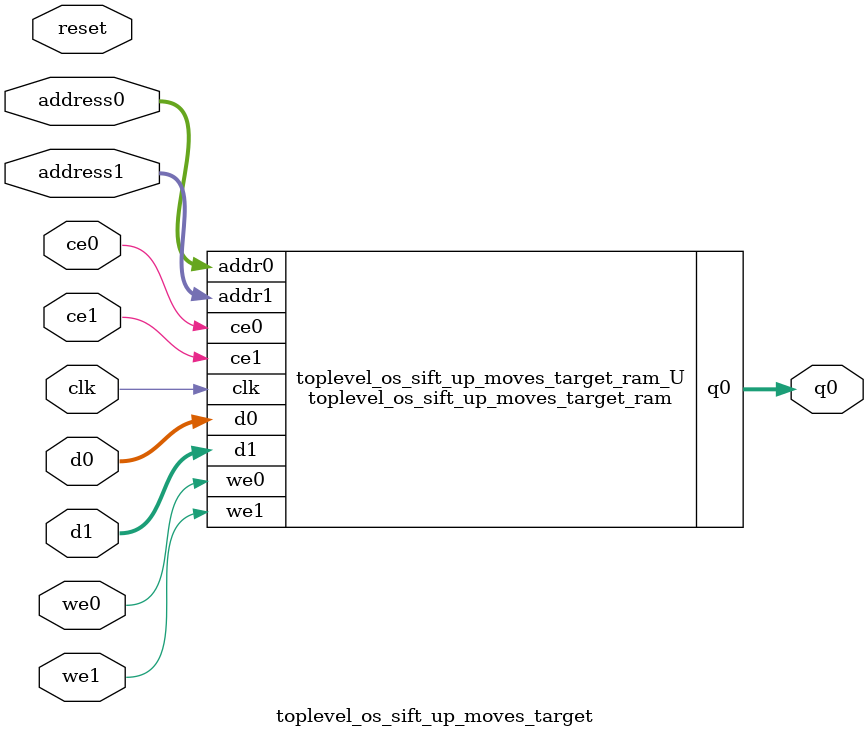
<source format=v>
`timescale 1 ns / 1 ps
module toplevel_os_sift_up_moves_target_ram (addr0, ce0, d0, we0, q0, addr1, ce1, d1, we1,  clk);

parameter DWIDTH = 13;
parameter AWIDTH = 4;
parameter MEM_SIZE = 16;

input[AWIDTH-1:0] addr0;
input ce0;
input[DWIDTH-1:0] d0;
input we0;
output reg[DWIDTH-1:0] q0;
input[AWIDTH-1:0] addr1;
input ce1;
input[DWIDTH-1:0] d1;
input we1;
input clk;

reg [DWIDTH-1:0] ram[0:MEM_SIZE-1];




always @(posedge clk)  
begin 
    if (ce0) begin
        if (we0) 
            ram[addr0] <= d0; 
        q0 <= ram[addr0];
    end
end


always @(posedge clk)  
begin 
    if (ce1) begin
        if (we1) 
            ram[addr1] <= d1; 
    end
end


endmodule

`timescale 1 ns / 1 ps
module toplevel_os_sift_up_moves_target(
    reset,
    clk,
    address0,
    ce0,
    we0,
    d0,
    q0,
    address1,
    ce1,
    we1,
    d1);

parameter DataWidth = 32'd13;
parameter AddressRange = 32'd16;
parameter AddressWidth = 32'd4;
input reset;
input clk;
input[AddressWidth - 1:0] address0;
input ce0;
input we0;
input[DataWidth - 1:0] d0;
output[DataWidth - 1:0] q0;
input[AddressWidth - 1:0] address1;
input ce1;
input we1;
input[DataWidth - 1:0] d1;



toplevel_os_sift_up_moves_target_ram toplevel_os_sift_up_moves_target_ram_U(
    .clk( clk ),
    .addr0( address0 ),
    .ce0( ce0 ),
    .we0( we0 ),
    .d0( d0 ),
    .q0( q0 ),
    .addr1( address1 ),
    .ce1( ce1 ),
    .we1( we1 ),
    .d1( d1 ));

endmodule


</source>
